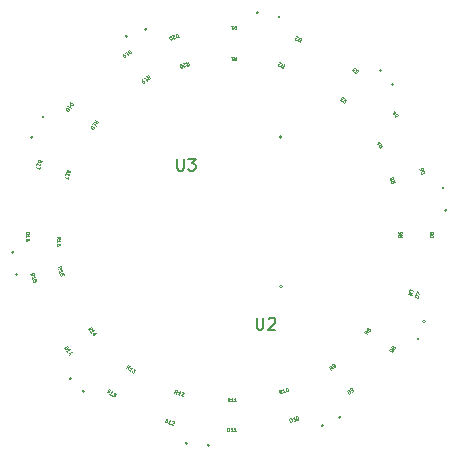
<source format=gbr>
G04 #@! TF.GenerationSoftware,KiCad,Pcbnew,9.0.1*
G04 #@! TF.CreationDate,2025-04-09T17:44:43+02:00*
G04 #@! TF.ProjectId,SMDChaser0805-0603,534d4443-6861-4736-9572-303830352d30,rev?*
G04 #@! TF.SameCoordinates,Original*
G04 #@! TF.FileFunction,Legend,Top*
G04 #@! TF.FilePolarity,Positive*
%FSLAX46Y46*%
G04 Gerber Fmt 4.6, Leading zero omitted, Abs format (unit mm)*
G04 Created by KiCad (PCBNEW 9.0.1) date 2025-04-09 17:44:43*
%MOMM*%
%LPD*%
G01*
G04 APERTURE LIST*
%ADD10C,0.075000*%
%ADD11C,0.150000*%
%ADD12C,0.100000*%
G04 APERTURE END LIST*
D10*
X71533647Y-73561474D02*
X71533647Y-73861474D01*
X71533647Y-73861474D02*
X71462218Y-73861474D01*
X71462218Y-73861474D02*
X71419361Y-73847188D01*
X71419361Y-73847188D02*
X71390790Y-73818617D01*
X71390790Y-73818617D02*
X71376504Y-73790045D01*
X71376504Y-73790045D02*
X71362218Y-73732902D01*
X71362218Y-73732902D02*
X71362218Y-73690045D01*
X71362218Y-73690045D02*
X71376504Y-73632902D01*
X71376504Y-73632902D02*
X71390790Y-73604331D01*
X71390790Y-73604331D02*
X71419361Y-73575760D01*
X71419361Y-73575760D02*
X71462218Y-73561474D01*
X71462218Y-73561474D02*
X71533647Y-73561474D01*
X71076504Y-73561474D02*
X71247933Y-73561474D01*
X71162218Y-73561474D02*
X71162218Y-73861474D01*
X71162218Y-73861474D02*
X71190790Y-73818617D01*
X71190790Y-73818617D02*
X71219361Y-73790045D01*
X71219361Y-73790045D02*
X71247933Y-73775760D01*
X70760674Y-107872325D02*
X70760674Y-107572325D01*
X70760674Y-107572325D02*
X70832103Y-107572325D01*
X70832103Y-107572325D02*
X70874960Y-107586611D01*
X70874960Y-107586611D02*
X70903531Y-107615182D01*
X70903531Y-107615182D02*
X70917817Y-107643754D01*
X70917817Y-107643754D02*
X70932103Y-107700897D01*
X70932103Y-107700897D02*
X70932103Y-107743754D01*
X70932103Y-107743754D02*
X70917817Y-107800897D01*
X70917817Y-107800897D02*
X70903531Y-107829468D01*
X70903531Y-107829468D02*
X70874960Y-107858040D01*
X70874960Y-107858040D02*
X70832103Y-107872325D01*
X70832103Y-107872325D02*
X70760674Y-107872325D01*
X71217817Y-107872325D02*
X71046388Y-107872325D01*
X71132103Y-107872325D02*
X71132103Y-107572325D01*
X71132103Y-107572325D02*
X71103531Y-107615182D01*
X71103531Y-107615182D02*
X71074960Y-107643754D01*
X71074960Y-107643754D02*
X71046388Y-107658040D01*
X71503531Y-107872325D02*
X71332102Y-107872325D01*
X71417817Y-107872325D02*
X71417817Y-107572325D01*
X71417817Y-107572325D02*
X71389245Y-107615182D01*
X71389245Y-107615182D02*
X71360674Y-107643754D01*
X71360674Y-107643754D02*
X71332102Y-107658040D01*
X76993503Y-74598226D02*
X76900798Y-74883543D01*
X76900798Y-74883543D02*
X76832865Y-74861470D01*
X76832865Y-74861470D02*
X76796520Y-74834640D01*
X76796520Y-74834640D02*
X76778176Y-74798638D01*
X76778176Y-74798638D02*
X76773419Y-74767051D01*
X76773419Y-74767051D02*
X76777490Y-74708290D01*
X76777490Y-74708290D02*
X76790734Y-74667530D01*
X76790734Y-74667530D02*
X76821979Y-74617599D01*
X76821979Y-74617599D02*
X76844394Y-74594840D01*
X76844394Y-74594840D02*
X76880396Y-74576496D01*
X76880396Y-74576496D02*
X76925570Y-74576153D01*
X76925570Y-74576153D02*
X76993503Y-74598226D01*
X76637897Y-74768079D02*
X76619895Y-74777251D01*
X76619895Y-74777251D02*
X76588308Y-74782009D01*
X76588308Y-74782009D02*
X76520375Y-74759936D01*
X76520375Y-74759936D02*
X76497617Y-74737521D01*
X76497617Y-74737521D02*
X76488445Y-74719520D01*
X76488445Y-74719520D02*
X76483687Y-74687932D01*
X76483687Y-74687932D02*
X76492516Y-74660759D01*
X76492516Y-74660759D02*
X76519347Y-74624414D01*
X76519347Y-74624414D02*
X76735359Y-74514350D01*
X76735359Y-74514350D02*
X76558734Y-74456961D01*
X65464746Y-107105423D02*
X65557451Y-106820106D01*
X65557451Y-106820106D02*
X65625384Y-106842178D01*
X65625384Y-106842178D02*
X65661729Y-106869008D01*
X65661729Y-106869008D02*
X65680073Y-106905010D01*
X65680073Y-106905010D02*
X65684830Y-106936598D01*
X65684830Y-106936598D02*
X65680758Y-106995359D01*
X65680758Y-106995359D02*
X65667515Y-107036118D01*
X65667515Y-107036118D02*
X65636270Y-107086050D01*
X65636270Y-107086050D02*
X65613855Y-107108808D01*
X65613855Y-107108808D02*
X65577853Y-107127152D01*
X65577853Y-107127152D02*
X65532678Y-107127495D01*
X65532678Y-107127495D02*
X65464746Y-107105423D01*
X65899515Y-107246687D02*
X65736476Y-107193713D01*
X65817995Y-107220200D02*
X65910700Y-106934883D01*
X65910700Y-106934883D02*
X65870284Y-106966814D01*
X65870284Y-106966814D02*
X65834282Y-106985158D01*
X65834282Y-106985158D02*
X65802694Y-106989915D01*
X66092082Y-107023860D02*
X66110084Y-107014688D01*
X66110084Y-107014688D02*
X66141671Y-107009930D01*
X66141671Y-107009930D02*
X66209604Y-107032003D01*
X66209604Y-107032003D02*
X66232362Y-107054418D01*
X66232362Y-107054418D02*
X66241534Y-107072419D01*
X66241534Y-107072419D02*
X66246292Y-107104007D01*
X66246292Y-107104007D02*
X66237463Y-107131180D01*
X66237463Y-107131180D02*
X66210632Y-107167525D01*
X66210632Y-107167525D02*
X65994620Y-107277589D01*
X65994620Y-107277589D02*
X66171245Y-107334978D01*
X81863408Y-77344986D02*
X81687072Y-77587691D01*
X81687072Y-77587691D02*
X81629285Y-77545706D01*
X81629285Y-77545706D02*
X81603010Y-77508958D01*
X81603010Y-77508958D02*
X81596689Y-77469049D01*
X81596689Y-77469049D02*
X81601925Y-77437537D01*
X81601925Y-77437537D02*
X81623956Y-77382911D01*
X81623956Y-77382911D02*
X81649146Y-77348239D01*
X81649146Y-77348239D02*
X81694292Y-77310406D01*
X81694292Y-77310406D02*
X81722643Y-77295688D01*
X81722643Y-77295688D02*
X81762551Y-77289367D01*
X81762551Y-77289367D02*
X81805621Y-77303001D01*
X81805621Y-77303001D02*
X81863408Y-77344986D01*
X81467482Y-77428149D02*
X81317236Y-77318989D01*
X81317236Y-77318989D02*
X81465313Y-77285308D01*
X81465313Y-77285308D02*
X81430641Y-77260117D01*
X81430641Y-77260117D02*
X81415923Y-77231766D01*
X81415923Y-77231766D02*
X81412762Y-77211812D01*
X81412762Y-77211812D02*
X81417999Y-77180300D01*
X81417999Y-77180300D02*
X81459983Y-77122513D01*
X81459983Y-77122513D02*
X81488335Y-77107795D01*
X81488335Y-77107795D02*
X81508289Y-77104635D01*
X81508289Y-77104635D02*
X81539801Y-77109871D01*
X81539801Y-77109871D02*
X81609145Y-77160253D01*
X81609145Y-77160253D02*
X81623863Y-77188604D01*
X81623863Y-77188604D02*
X81627023Y-77208559D01*
X60536341Y-104521571D02*
X60712677Y-104278866D01*
X60712677Y-104278866D02*
X60770464Y-104320851D01*
X60770464Y-104320851D02*
X60796739Y-104357599D01*
X60796739Y-104357599D02*
X60803060Y-104397508D01*
X60803060Y-104397508D02*
X60797823Y-104429020D01*
X60797823Y-104429020D02*
X60775793Y-104483646D01*
X60775793Y-104483646D02*
X60750602Y-104518318D01*
X60750602Y-104518318D02*
X60705457Y-104556151D01*
X60705457Y-104556151D02*
X60677106Y-104570869D01*
X60677106Y-104570869D02*
X60637197Y-104577190D01*
X60637197Y-104577190D02*
X60594128Y-104563556D01*
X60594128Y-104563556D02*
X60536341Y-104521571D01*
X60906177Y-104790273D02*
X60767489Y-104689510D01*
X60836833Y-104739892D02*
X61013169Y-104497187D01*
X61013169Y-104497187D02*
X60964863Y-104515065D01*
X60964863Y-104515065D02*
X60924955Y-104521386D01*
X60924955Y-104521386D02*
X60893443Y-104516149D01*
X61163414Y-104606347D02*
X61313661Y-104715507D01*
X61313661Y-104715507D02*
X61165583Y-104749187D01*
X61165583Y-104749187D02*
X61200256Y-104774378D01*
X61200256Y-104774378D02*
X61214973Y-104802729D01*
X61214973Y-104802729D02*
X61218134Y-104822684D01*
X61218134Y-104822684D02*
X61212897Y-104854195D01*
X61212897Y-104854195D02*
X61170913Y-104911982D01*
X61170913Y-104911982D02*
X61142561Y-104926700D01*
X61142561Y-104926700D02*
X61122607Y-104929861D01*
X61122607Y-104929861D02*
X61091095Y-104924624D01*
X61091095Y-104924624D02*
X61021751Y-104874242D01*
X61021751Y-104874242D02*
X61007033Y-104845891D01*
X61007033Y-104845891D02*
X61003873Y-104825937D01*
X85220415Y-81121560D02*
X84977710Y-81297895D01*
X84977710Y-81297895D02*
X84935725Y-81240108D01*
X84935725Y-81240108D02*
X84922092Y-81197039D01*
X84922092Y-81197039D02*
X84928413Y-81157131D01*
X84928413Y-81157131D02*
X84943131Y-81128780D01*
X84943131Y-81128780D02*
X84980963Y-81083634D01*
X84980963Y-81083634D02*
X85015636Y-81058444D01*
X85015636Y-81058444D02*
X85070262Y-81036413D01*
X85070262Y-81036413D02*
X85101774Y-81031177D01*
X85101774Y-81031177D02*
X85141682Y-81037498D01*
X85141682Y-81037498D02*
X85178431Y-81063773D01*
X85178431Y-81063773D02*
X85220415Y-81121560D01*
X84806704Y-80892395D02*
X84968507Y-80774838D01*
X84756229Y-81017358D02*
X84971575Y-80949191D01*
X84971575Y-80949191D02*
X84862415Y-80798945D01*
X56940304Y-100812612D02*
X57183009Y-100636276D01*
X57183009Y-100636276D02*
X57224994Y-100694063D01*
X57224994Y-100694063D02*
X57238627Y-100737132D01*
X57238627Y-100737132D02*
X57232307Y-100777041D01*
X57232307Y-100777041D02*
X57217589Y-100805392D01*
X57217589Y-100805392D02*
X57179756Y-100850537D01*
X57179756Y-100850537D02*
X57145084Y-100875728D01*
X57145084Y-100875728D02*
X57090457Y-100897758D01*
X57090457Y-100897758D02*
X57058946Y-100902995D01*
X57058946Y-100902995D02*
X57019037Y-100896674D01*
X57019037Y-100896674D02*
X56982289Y-100870399D01*
X56982289Y-100870399D02*
X56940304Y-100812612D01*
X57209006Y-101182448D02*
X57108243Y-101043759D01*
X57158625Y-101113104D02*
X57401330Y-100936768D01*
X57401330Y-100936768D02*
X57349864Y-100938844D01*
X57349864Y-100938844D02*
X57309955Y-100932523D01*
X57309955Y-100932523D02*
X57281604Y-100917805D01*
X57521954Y-101272924D02*
X57360151Y-101390481D01*
X57572429Y-101147961D02*
X57357083Y-101216128D01*
X57357083Y-101216128D02*
X57466243Y-101366374D01*
X87439574Y-85986479D02*
X87154257Y-86079184D01*
X87154257Y-86079184D02*
X87132184Y-86011252D01*
X87132184Y-86011252D02*
X87132527Y-85966077D01*
X87132527Y-85966077D02*
X87150871Y-85930075D01*
X87150871Y-85930075D02*
X87173630Y-85907660D01*
X87173630Y-85907660D02*
X87223561Y-85876415D01*
X87223561Y-85876415D02*
X87264321Y-85863172D01*
X87264321Y-85863172D02*
X87323081Y-85859100D01*
X87323081Y-85859100D02*
X87354669Y-85863857D01*
X87354669Y-85863857D02*
X87390671Y-85882201D01*
X87390671Y-85882201D02*
X87417501Y-85918546D01*
X87417501Y-85918546D02*
X87439574Y-85986479D01*
X87017407Y-85658002D02*
X87061552Y-85793867D01*
X87061552Y-85793867D02*
X87201832Y-85763308D01*
X87201832Y-85763308D02*
X87183831Y-85754136D01*
X87183831Y-85754136D02*
X87161415Y-85731378D01*
X87161415Y-85731378D02*
X87139342Y-85663445D01*
X87139342Y-85663445D02*
X87144100Y-85631858D01*
X87144100Y-85631858D02*
X87153272Y-85613857D01*
X87153272Y-85613857D02*
X87176030Y-85591441D01*
X87176030Y-85591441D02*
X87243963Y-85569368D01*
X87243963Y-85569368D02*
X87275550Y-85574126D01*
X87275550Y-85574126D02*
X87293552Y-85583298D01*
X87293552Y-85583298D02*
X87315967Y-85606056D01*
X87315967Y-85606056D02*
X87338040Y-85673989D01*
X87338040Y-85673989D02*
X87333282Y-85705577D01*
X87333282Y-85705577D02*
X87324110Y-85723578D01*
X54092135Y-94535510D02*
X54377452Y-94442805D01*
X54377452Y-94442805D02*
X54399524Y-94510737D01*
X54399524Y-94510737D02*
X54399181Y-94555911D01*
X54399181Y-94555911D02*
X54380837Y-94591913D01*
X54380837Y-94591913D02*
X54358079Y-94614329D01*
X54358079Y-94614329D02*
X54308147Y-94645574D01*
X54308147Y-94645574D02*
X54267388Y-94658817D01*
X54267388Y-94658817D02*
X54208627Y-94662889D01*
X54208627Y-94662889D02*
X54177039Y-94658131D01*
X54177039Y-94658131D02*
X54141037Y-94639787D01*
X54141037Y-94639787D02*
X54114207Y-94603442D01*
X54114207Y-94603442D02*
X54092135Y-94535510D01*
X54233400Y-94970278D02*
X54180425Y-94807240D01*
X54206912Y-94888759D02*
X54492229Y-94796054D01*
X54492229Y-94796054D02*
X54442641Y-94782125D01*
X54442641Y-94782125D02*
X54406639Y-94763781D01*
X54406639Y-94763781D02*
X54384223Y-94741022D01*
X54602592Y-95135717D02*
X54558447Y-94999852D01*
X54558447Y-94999852D02*
X54418167Y-95030411D01*
X54418167Y-95030411D02*
X54436168Y-95039583D01*
X54436168Y-95039583D02*
X54458584Y-95062341D01*
X54458584Y-95062341D02*
X54480657Y-95130274D01*
X54480657Y-95130274D02*
X54475899Y-95161861D01*
X54475899Y-95161861D02*
X54466727Y-95179862D01*
X54466727Y-95179862D02*
X54443969Y-95202278D01*
X54443969Y-95202278D02*
X54376036Y-95224351D01*
X54376036Y-95224351D02*
X54344449Y-95219593D01*
X54344449Y-95219593D02*
X54326447Y-95210421D01*
X54326447Y-95210421D02*
X54304032Y-95187663D01*
X54304032Y-95187663D02*
X54281959Y-95119730D01*
X54281959Y-95119730D02*
X54286717Y-95088142D01*
X54286717Y-95088142D02*
X54295889Y-95070141D01*
X88183865Y-91450707D02*
X87883865Y-91450707D01*
X87883865Y-91450707D02*
X87883865Y-91379278D01*
X87883865Y-91379278D02*
X87898151Y-91336421D01*
X87898151Y-91336421D02*
X87926722Y-91307850D01*
X87926722Y-91307850D02*
X87955294Y-91293564D01*
X87955294Y-91293564D02*
X88012437Y-91279278D01*
X88012437Y-91279278D02*
X88055294Y-91279278D01*
X88055294Y-91279278D02*
X88112437Y-91293564D01*
X88112437Y-91293564D02*
X88141008Y-91307850D01*
X88141008Y-91307850D02*
X88169580Y-91336421D01*
X88169580Y-91336421D02*
X88183865Y-91379278D01*
X88183865Y-91379278D02*
X88183865Y-91450707D01*
X87883865Y-91022136D02*
X87883865Y-91079278D01*
X87883865Y-91079278D02*
X87898151Y-91107850D01*
X87898151Y-91107850D02*
X87912437Y-91122136D01*
X87912437Y-91122136D02*
X87955294Y-91150707D01*
X87955294Y-91150707D02*
X88012437Y-91164993D01*
X88012437Y-91164993D02*
X88126722Y-91164993D01*
X88126722Y-91164993D02*
X88155294Y-91150707D01*
X88155294Y-91150707D02*
X88169580Y-91136421D01*
X88169580Y-91136421D02*
X88183865Y-91107850D01*
X88183865Y-91107850D02*
X88183865Y-91050707D01*
X88183865Y-91050707D02*
X88169580Y-91022136D01*
X88169580Y-91022136D02*
X88155294Y-91007850D01*
X88155294Y-91007850D02*
X88126722Y-90993564D01*
X88126722Y-90993564D02*
X88055294Y-90993564D01*
X88055294Y-90993564D02*
X88026722Y-91007850D01*
X88026722Y-91007850D02*
X88012437Y-91022136D01*
X88012437Y-91022136D02*
X87998151Y-91050707D01*
X87998151Y-91050707D02*
X87998151Y-91107850D01*
X87998151Y-91107850D02*
X88012437Y-91136421D01*
X88012437Y-91136421D02*
X88026722Y-91150707D01*
X88026722Y-91150707D02*
X88055294Y-91164993D01*
X53677434Y-90995318D02*
X53977434Y-90995318D01*
X53977434Y-90995318D02*
X53977434Y-91066747D01*
X53977434Y-91066747D02*
X53963148Y-91109604D01*
X53963148Y-91109604D02*
X53934577Y-91138175D01*
X53934577Y-91138175D02*
X53906005Y-91152461D01*
X53906005Y-91152461D02*
X53848862Y-91166747D01*
X53848862Y-91166747D02*
X53806005Y-91166747D01*
X53806005Y-91166747D02*
X53748862Y-91152461D01*
X53748862Y-91152461D02*
X53720291Y-91138175D01*
X53720291Y-91138175D02*
X53691720Y-91109604D01*
X53691720Y-91109604D02*
X53677434Y-91066747D01*
X53677434Y-91066747D02*
X53677434Y-90995318D01*
X53677434Y-91452461D02*
X53677434Y-91281032D01*
X53677434Y-91366747D02*
X53977434Y-91366747D01*
X53977434Y-91366747D02*
X53934577Y-91338175D01*
X53934577Y-91338175D02*
X53906005Y-91309604D01*
X53906005Y-91309604D02*
X53891720Y-91281032D01*
X53977434Y-91709604D02*
X53977434Y-91652461D01*
X53977434Y-91652461D02*
X53963148Y-91623889D01*
X53963148Y-91623889D02*
X53948862Y-91609604D01*
X53948862Y-91609604D02*
X53906005Y-91581032D01*
X53906005Y-91581032D02*
X53848862Y-91566746D01*
X53848862Y-91566746D02*
X53734577Y-91566746D01*
X53734577Y-91566746D02*
X53706005Y-91581032D01*
X53706005Y-91581032D02*
X53691720Y-91595318D01*
X53691720Y-91595318D02*
X53677434Y-91623889D01*
X53677434Y-91623889D02*
X53677434Y-91681032D01*
X53677434Y-91681032D02*
X53691720Y-91709604D01*
X53691720Y-91709604D02*
X53706005Y-91723889D01*
X53706005Y-91723889D02*
X53734577Y-91738175D01*
X53734577Y-91738175D02*
X53806005Y-91738175D01*
X53806005Y-91738175D02*
X53834577Y-91723889D01*
X53834577Y-91723889D02*
X53848862Y-91709604D01*
X53848862Y-91709604D02*
X53863148Y-91681032D01*
X53863148Y-91681032D02*
X53863148Y-91623889D01*
X53863148Y-91623889D02*
X53848862Y-91595318D01*
X53848862Y-91595318D02*
X53834577Y-91581032D01*
X53834577Y-91581032D02*
X53806005Y-91566746D01*
X86915973Y-96580363D02*
X86630656Y-96487658D01*
X86630656Y-96487658D02*
X86652729Y-96419725D01*
X86652729Y-96419725D02*
X86679559Y-96383380D01*
X86679559Y-96383380D02*
X86715561Y-96365036D01*
X86715561Y-96365036D02*
X86747148Y-96360279D01*
X86747148Y-96360279D02*
X86805909Y-96364350D01*
X86805909Y-96364350D02*
X86846669Y-96377594D01*
X86846669Y-96377594D02*
X86896600Y-96408839D01*
X86896600Y-96408839D02*
X86919359Y-96431254D01*
X86919359Y-96431254D02*
X86937703Y-96467256D01*
X86937703Y-96467256D02*
X86938046Y-96512430D01*
X86938046Y-96512430D02*
X86915973Y-96580363D01*
X86714532Y-96229514D02*
X86776335Y-96039303D01*
X86776335Y-96039303D02*
X87021922Y-96254286D01*
X54744056Y-84901746D02*
X55029373Y-84994451D01*
X55029373Y-84994451D02*
X55007301Y-85062384D01*
X55007301Y-85062384D02*
X54980471Y-85098729D01*
X54980471Y-85098729D02*
X54944469Y-85117073D01*
X54944469Y-85117073D02*
X54912881Y-85121830D01*
X54912881Y-85121830D02*
X54854120Y-85117758D01*
X54854120Y-85117758D02*
X54813361Y-85104515D01*
X54813361Y-85104515D02*
X54763429Y-85073270D01*
X54763429Y-85073270D02*
X54740671Y-85050855D01*
X54740671Y-85050855D02*
X54722327Y-85014853D01*
X54722327Y-85014853D02*
X54721984Y-84969678D01*
X54721984Y-84969678D02*
X54744056Y-84901746D01*
X54602792Y-85336515D02*
X54655766Y-85173476D01*
X54629279Y-85254995D02*
X54914596Y-85347700D01*
X54914596Y-85347700D02*
X54882665Y-85307284D01*
X54882665Y-85307284D02*
X54864321Y-85271282D01*
X54864321Y-85271282D02*
X54859564Y-85239694D01*
X54857207Y-85524325D02*
X54795404Y-85714536D01*
X54795404Y-85714536D02*
X54549817Y-85499553D01*
X84697532Y-101168328D02*
X84454827Y-100991992D01*
X84454827Y-100991992D02*
X84496812Y-100934205D01*
X84496812Y-100934205D02*
X84533560Y-100907930D01*
X84533560Y-100907930D02*
X84573469Y-100901609D01*
X84573469Y-100901609D02*
X84604981Y-100906845D01*
X84604981Y-100906845D02*
X84659607Y-100928876D01*
X84659607Y-100928876D02*
X84694279Y-100954066D01*
X84694279Y-100954066D02*
X84732112Y-100999212D01*
X84732112Y-100999212D02*
X84746830Y-101027563D01*
X84746830Y-101027563D02*
X84753151Y-101067471D01*
X84753151Y-101067471D02*
X84739517Y-101110541D01*
X84739517Y-101110541D02*
X84697532Y-101168328D01*
X84760370Y-100790187D02*
X84732019Y-100804905D01*
X84732019Y-100804905D02*
X84712065Y-100808065D01*
X84712065Y-100808065D02*
X84680553Y-100802829D01*
X84680553Y-100802829D02*
X84668996Y-100794432D01*
X84668996Y-100794432D02*
X84654278Y-100766081D01*
X84654278Y-100766081D02*
X84651117Y-100746126D01*
X84651117Y-100746126D02*
X84656354Y-100714615D01*
X84656354Y-100714615D02*
X84689941Y-100668385D01*
X84689941Y-100668385D02*
X84718293Y-100653667D01*
X84718293Y-100653667D02*
X84738247Y-100650507D01*
X84738247Y-100650507D02*
X84769759Y-100655743D01*
X84769759Y-100655743D02*
X84781316Y-100664140D01*
X84781316Y-100664140D02*
X84796034Y-100692491D01*
X84796034Y-100692491D02*
X84799194Y-100712446D01*
X84799194Y-100712446D02*
X84793958Y-100743958D01*
X84793958Y-100743958D02*
X84760370Y-100790187D01*
X84760370Y-100790187D02*
X84755134Y-100821699D01*
X84755134Y-100821699D02*
X84758294Y-100841653D01*
X84758294Y-100841653D02*
X84773012Y-100870004D01*
X84773012Y-100870004D02*
X84819242Y-100903592D01*
X84819242Y-100903592D02*
X84850753Y-100908829D01*
X84850753Y-100908829D02*
X84870708Y-100905668D01*
X84870708Y-100905668D02*
X84899059Y-100890950D01*
X84899059Y-100890950D02*
X84932647Y-100844721D01*
X84932647Y-100844721D02*
X84937883Y-100813209D01*
X84937883Y-100813209D02*
X84934723Y-100793255D01*
X84934723Y-100793255D02*
X84920005Y-100764903D01*
X84920005Y-100764903D02*
X84873775Y-100731316D01*
X84873775Y-100731316D02*
X84842263Y-100726079D01*
X84842263Y-100726079D02*
X84822309Y-100729240D01*
X84822309Y-100729240D02*
X84793958Y-100743958D01*
X57471405Y-80006384D02*
X57714110Y-80182720D01*
X57714110Y-80182720D02*
X57672125Y-80240507D01*
X57672125Y-80240507D02*
X57635377Y-80266782D01*
X57635377Y-80266782D02*
X57595469Y-80273103D01*
X57595469Y-80273103D02*
X57563957Y-80267866D01*
X57563957Y-80267866D02*
X57509330Y-80245836D01*
X57509330Y-80245836D02*
X57474658Y-80220645D01*
X57474658Y-80220645D02*
X57436826Y-80175500D01*
X57436826Y-80175500D02*
X57422108Y-80147149D01*
X57422108Y-80147149D02*
X57415787Y-80107240D01*
X57415787Y-80107240D02*
X57429420Y-80064171D01*
X57429420Y-80064171D02*
X57471405Y-80006384D01*
X57202703Y-80376220D02*
X57303466Y-80237532D01*
X57253085Y-80306876D02*
X57495790Y-80483212D01*
X57495790Y-80483212D02*
X57477912Y-80434906D01*
X57477912Y-80434906D02*
X57471591Y-80394997D01*
X57471591Y-80394997D02*
X57476827Y-80363486D01*
X57240629Y-80615672D02*
X57268980Y-80600954D01*
X57268980Y-80600954D02*
X57288934Y-80597794D01*
X57288934Y-80597794D02*
X57320446Y-80603030D01*
X57320446Y-80603030D02*
X57332003Y-80611427D01*
X57332003Y-80611427D02*
X57346721Y-80639778D01*
X57346721Y-80639778D02*
X57349882Y-80659733D01*
X57349882Y-80659733D02*
X57344645Y-80691244D01*
X57344645Y-80691244D02*
X57311058Y-80737474D01*
X57311058Y-80737474D02*
X57282706Y-80752192D01*
X57282706Y-80752192D02*
X57262752Y-80755352D01*
X57262752Y-80755352D02*
X57231240Y-80750116D01*
X57231240Y-80750116D02*
X57219683Y-80741719D01*
X57219683Y-80741719D02*
X57204965Y-80713368D01*
X57204965Y-80713368D02*
X57201805Y-80693413D01*
X57201805Y-80693413D02*
X57207041Y-80661901D01*
X57207041Y-80661901D02*
X57240629Y-80615672D01*
X57240629Y-80615672D02*
X57245865Y-80584160D01*
X57245865Y-80584160D02*
X57242705Y-80564206D01*
X57242705Y-80564206D02*
X57227987Y-80535855D01*
X57227987Y-80535855D02*
X57181757Y-80502267D01*
X57181757Y-80502267D02*
X57150246Y-80497030D01*
X57150246Y-80497030D02*
X57130291Y-80500191D01*
X57130291Y-80500191D02*
X57101940Y-80514909D01*
X57101940Y-80514909D02*
X57068352Y-80561138D01*
X57068352Y-80561138D02*
X57063116Y-80592650D01*
X57063116Y-80592650D02*
X57066276Y-80612604D01*
X57066276Y-80612604D02*
X57080994Y-80640956D01*
X57080994Y-80640956D02*
X57127224Y-80674543D01*
X57127224Y-80674543D02*
X57158736Y-80679780D01*
X57158736Y-80679780D02*
X57178690Y-80676619D01*
X57178690Y-80676619D02*
X57207041Y-80661901D01*
X81058119Y-104703136D02*
X80881784Y-104460431D01*
X80881784Y-104460431D02*
X80939571Y-104418446D01*
X80939571Y-104418446D02*
X80982640Y-104404813D01*
X80982640Y-104404813D02*
X81022548Y-104411134D01*
X81022548Y-104411134D02*
X81050899Y-104425852D01*
X81050899Y-104425852D02*
X81096045Y-104463684D01*
X81096045Y-104463684D02*
X81121235Y-104498357D01*
X81121235Y-104498357D02*
X81143266Y-104552983D01*
X81143266Y-104552983D02*
X81148502Y-104584495D01*
X81148502Y-104584495D02*
X81142181Y-104624403D01*
X81142181Y-104624403D02*
X81115906Y-104661152D01*
X81115906Y-104661152D02*
X81058119Y-104703136D01*
X81312382Y-104518404D02*
X81358611Y-104484816D01*
X81358611Y-104484816D02*
X81373329Y-104456465D01*
X81373329Y-104456465D02*
X81376489Y-104436510D01*
X81376489Y-104436510D02*
X81374413Y-104385044D01*
X81374413Y-104385044D02*
X81352383Y-104330418D01*
X81352383Y-104330418D02*
X81285208Y-104237959D01*
X81285208Y-104237959D02*
X81256856Y-104223241D01*
X81256856Y-104223241D02*
X81236902Y-104220081D01*
X81236902Y-104220081D02*
X81205390Y-104225317D01*
X81205390Y-104225317D02*
X81159161Y-104258905D01*
X81159161Y-104258905D02*
X81144443Y-104287256D01*
X81144443Y-104287256D02*
X81141283Y-104307210D01*
X81141283Y-104307210D02*
X81146519Y-104338722D01*
X81146519Y-104338722D02*
X81188504Y-104396509D01*
X81188504Y-104396509D02*
X81216855Y-104411227D01*
X81216855Y-104411227D02*
X81236809Y-104414387D01*
X81236809Y-104414387D02*
X81268321Y-104409151D01*
X81268321Y-104409151D02*
X81314551Y-104375563D01*
X81314551Y-104375563D02*
X81329268Y-104347212D01*
X81329268Y-104347212D02*
X81332429Y-104327257D01*
X81332429Y-104327257D02*
X81327192Y-104295746D01*
X62451647Y-75567044D02*
X62627983Y-75809749D01*
X62627983Y-75809749D02*
X62570196Y-75851734D01*
X62570196Y-75851734D02*
X62527127Y-75865367D01*
X62527127Y-75865367D02*
X62487218Y-75859047D01*
X62487218Y-75859047D02*
X62458867Y-75844329D01*
X62458867Y-75844329D02*
X62413722Y-75806496D01*
X62413722Y-75806496D02*
X62388531Y-75771824D01*
X62388531Y-75771824D02*
X62366501Y-75717197D01*
X62366501Y-75717197D02*
X62361264Y-75685686D01*
X62361264Y-75685686D02*
X62367585Y-75645777D01*
X62367585Y-75645777D02*
X62393860Y-75609029D01*
X62393860Y-75609029D02*
X62451647Y-75567044D01*
X62081811Y-75835746D02*
X62220500Y-75734983D01*
X62151155Y-75785365D02*
X62327491Y-76028070D01*
X62327491Y-76028070D02*
X62325415Y-75976604D01*
X62325415Y-75976604D02*
X62331736Y-75936695D01*
X62331736Y-75936695D02*
X62346454Y-75908344D01*
X61966237Y-75919715D02*
X61920008Y-75953303D01*
X61920008Y-75953303D02*
X61905290Y-75981654D01*
X61905290Y-75981654D02*
X61902130Y-76001609D01*
X61902130Y-76001609D02*
X61904206Y-76053075D01*
X61904206Y-76053075D02*
X61926236Y-76107701D01*
X61926236Y-76107701D02*
X61993411Y-76200160D01*
X61993411Y-76200160D02*
X62021763Y-76214878D01*
X62021763Y-76214878D02*
X62041717Y-76218038D01*
X62041717Y-76218038D02*
X62073229Y-76212802D01*
X62073229Y-76212802D02*
X62119458Y-76179214D01*
X62119458Y-76179214D02*
X62134176Y-76150863D01*
X62134176Y-76150863D02*
X62137336Y-76130909D01*
X62137336Y-76130909D02*
X62132100Y-76099397D01*
X62132100Y-76099397D02*
X62090115Y-76041610D01*
X62090115Y-76041610D02*
X62061764Y-76026892D01*
X62061764Y-76026892D02*
X62041810Y-76023732D01*
X62041810Y-76023732D02*
X62010298Y-76028968D01*
X62010298Y-76028968D02*
X61964068Y-76062556D01*
X61964068Y-76062556D02*
X61949351Y-76090907D01*
X61949351Y-76090907D02*
X61946190Y-76110862D01*
X61946190Y-76110862D02*
X61951427Y-76142373D01*
X76101810Y-107089324D02*
X76009105Y-106804007D01*
X76009105Y-106804007D02*
X76077037Y-106781935D01*
X76077037Y-106781935D02*
X76122211Y-106782278D01*
X76122211Y-106782278D02*
X76158213Y-106800622D01*
X76158213Y-106800622D02*
X76180629Y-106823380D01*
X76180629Y-106823380D02*
X76211874Y-106873312D01*
X76211874Y-106873312D02*
X76225117Y-106914071D01*
X76225117Y-106914071D02*
X76229189Y-106972832D01*
X76229189Y-106972832D02*
X76224431Y-107004420D01*
X76224431Y-107004420D02*
X76206087Y-107040422D01*
X76206087Y-107040422D02*
X76169742Y-107067252D01*
X76169742Y-107067252D02*
X76101810Y-107089324D01*
X76536578Y-106948059D02*
X76373540Y-107001034D01*
X76455059Y-106974547D02*
X76362354Y-106689230D01*
X76362354Y-106689230D02*
X76348425Y-106738818D01*
X76348425Y-106738818D02*
X76330081Y-106774820D01*
X76330081Y-106774820D02*
X76307322Y-106797236D01*
X76620498Y-106605354D02*
X76647671Y-106596525D01*
X76647671Y-106596525D02*
X76679258Y-106601282D01*
X76679258Y-106601282D02*
X76697260Y-106610454D01*
X76697260Y-106610454D02*
X76719675Y-106633213D01*
X76719675Y-106633213D02*
X76750920Y-106683144D01*
X76750920Y-106683144D02*
X76772992Y-106751077D01*
X76772992Y-106751077D02*
X76777064Y-106809837D01*
X76777064Y-106809837D02*
X76772307Y-106841425D01*
X76772307Y-106841425D02*
X76763135Y-106859426D01*
X76763135Y-106859426D02*
X76740376Y-106881842D01*
X76740376Y-106881842D02*
X76713203Y-106890671D01*
X76713203Y-106890671D02*
X76681615Y-106885913D01*
X76681615Y-106885913D02*
X76663614Y-106876741D01*
X76663614Y-106876741D02*
X76641199Y-106853983D01*
X76641199Y-106853983D02*
X76609954Y-106804051D01*
X76609954Y-106804051D02*
X76587882Y-106736119D01*
X76587882Y-106736119D02*
X76583810Y-106677358D01*
X76583810Y-106677358D02*
X76588567Y-106645770D01*
X76588567Y-106645770D02*
X76597739Y-106627769D01*
X76597739Y-106627769D02*
X76620498Y-106605354D01*
X66534189Y-74222555D02*
X66626894Y-74507872D01*
X66626894Y-74507872D02*
X66558962Y-74529944D01*
X66558962Y-74529944D02*
X66513788Y-74529601D01*
X66513788Y-74529601D02*
X66477786Y-74511257D01*
X66477786Y-74511257D02*
X66455370Y-74488499D01*
X66455370Y-74488499D02*
X66424125Y-74438567D01*
X66424125Y-74438567D02*
X66410882Y-74397808D01*
X66410882Y-74397808D02*
X66406810Y-74339047D01*
X66406810Y-74339047D02*
X66411568Y-74307459D01*
X66411568Y-74307459D02*
X66429912Y-74271457D01*
X66429912Y-74271457D02*
X66466257Y-74244627D01*
X66466257Y-74244627D02*
X66534189Y-74222555D01*
X66346335Y-74568989D02*
X66337163Y-74586990D01*
X66337163Y-74586990D02*
X66314404Y-74609406D01*
X66314404Y-74609406D02*
X66246472Y-74631478D01*
X66246472Y-74631478D02*
X66214884Y-74626721D01*
X66214884Y-74626721D02*
X66196883Y-74617549D01*
X66196883Y-74617549D02*
X66174468Y-74594790D01*
X66174468Y-74594790D02*
X66165638Y-74567617D01*
X66165638Y-74567617D02*
X66165981Y-74522443D01*
X66165981Y-74522443D02*
X66276045Y-74306431D01*
X66276045Y-74306431D02*
X66099421Y-74363820D01*
X66015501Y-74706525D02*
X65988328Y-74715354D01*
X65988328Y-74715354D02*
X65956741Y-74710597D01*
X65956741Y-74710597D02*
X65938739Y-74701425D01*
X65938739Y-74701425D02*
X65916324Y-74678666D01*
X65916324Y-74678666D02*
X65885079Y-74628735D01*
X65885079Y-74628735D02*
X65863007Y-74560802D01*
X65863007Y-74560802D02*
X65858935Y-74502042D01*
X65858935Y-74502042D02*
X65863692Y-74470454D01*
X65863692Y-74470454D02*
X65872864Y-74452453D01*
X65872864Y-74452453D02*
X65895623Y-74430037D01*
X65895623Y-74430037D02*
X65922796Y-74421208D01*
X65922796Y-74421208D02*
X65954384Y-74425966D01*
X65954384Y-74425966D02*
X65972385Y-74435138D01*
X65972385Y-74435138D02*
X65994800Y-74457896D01*
X65994800Y-74457896D02*
X66026045Y-74507828D01*
X66026045Y-74507828D02*
X66048117Y-74575760D01*
X66048117Y-74575760D02*
X66052189Y-74634521D01*
X66052189Y-74634521D02*
X66047432Y-74666109D01*
X66047432Y-74666109D02*
X66038260Y-74684110D01*
X66038260Y-74684110D02*
X66015501Y-74706525D01*
D11*
X73247091Y-98274319D02*
X73247091Y-99083842D01*
X73247091Y-99083842D02*
X73294710Y-99179080D01*
X73294710Y-99179080D02*
X73342329Y-99226700D01*
X73342329Y-99226700D02*
X73437567Y-99274319D01*
X73437567Y-99274319D02*
X73628043Y-99274319D01*
X73628043Y-99274319D02*
X73723281Y-99226700D01*
X73723281Y-99226700D02*
X73770900Y-99179080D01*
X73770900Y-99179080D02*
X73818519Y-99083842D01*
X73818519Y-99083842D02*
X73818519Y-98274319D01*
X74247091Y-98369557D02*
X74294710Y-98321938D01*
X74294710Y-98321938D02*
X74389948Y-98274319D01*
X74389948Y-98274319D02*
X74628043Y-98274319D01*
X74628043Y-98274319D02*
X74723281Y-98321938D01*
X74723281Y-98321938D02*
X74770900Y-98369557D01*
X74770900Y-98369557D02*
X74818519Y-98464795D01*
X74818519Y-98464795D02*
X74818519Y-98560033D01*
X74818519Y-98560033D02*
X74770900Y-98702890D01*
X74770900Y-98702890D02*
X74199472Y-99274319D01*
X74199472Y-99274319D02*
X74818519Y-99274319D01*
X66502255Y-84812319D02*
X66502255Y-85621842D01*
X66502255Y-85621842D02*
X66549874Y-85717080D01*
X66549874Y-85717080D02*
X66597493Y-85764700D01*
X66597493Y-85764700D02*
X66692731Y-85812319D01*
X66692731Y-85812319D02*
X66883207Y-85812319D01*
X66883207Y-85812319D02*
X66978445Y-85764700D01*
X66978445Y-85764700D02*
X67026064Y-85717080D01*
X67026064Y-85717080D02*
X67073683Y-85621842D01*
X67073683Y-85621842D02*
X67073683Y-84812319D01*
X67454636Y-84812319D02*
X68073683Y-84812319D01*
X68073683Y-84812319D02*
X67740350Y-85193271D01*
X67740350Y-85193271D02*
X67883207Y-85193271D01*
X67883207Y-85193271D02*
X67978445Y-85240890D01*
X67978445Y-85240890D02*
X68026064Y-85288509D01*
X68026064Y-85288509D02*
X68073683Y-85383747D01*
X68073683Y-85383747D02*
X68073683Y-85621842D01*
X68073683Y-85621842D02*
X68026064Y-85717080D01*
X68026064Y-85717080D02*
X67978445Y-85764700D01*
X67978445Y-85764700D02*
X67883207Y-85812319D01*
X67883207Y-85812319D02*
X67597493Y-85812319D01*
X67597493Y-85812319D02*
X67502255Y-85764700D01*
X67502255Y-85764700D02*
X67454636Y-85717080D01*
D10*
X71349518Y-76180214D02*
X71449518Y-76323071D01*
X71520947Y-76180214D02*
X71520947Y-76480214D01*
X71520947Y-76480214D02*
X71406661Y-76480214D01*
X71406661Y-76480214D02*
X71378090Y-76465928D01*
X71378090Y-76465928D02*
X71363804Y-76451642D01*
X71363804Y-76451642D02*
X71349518Y-76423071D01*
X71349518Y-76423071D02*
X71349518Y-76380214D01*
X71349518Y-76380214D02*
X71363804Y-76351642D01*
X71363804Y-76351642D02*
X71378090Y-76337357D01*
X71378090Y-76337357D02*
X71406661Y-76323071D01*
X71406661Y-76323071D02*
X71520947Y-76323071D01*
X71063804Y-76180214D02*
X71235233Y-76180214D01*
X71149518Y-76180214D02*
X71149518Y-76480214D01*
X71149518Y-76480214D02*
X71178090Y-76437357D01*
X71178090Y-76437357D02*
X71206661Y-76408785D01*
X71206661Y-76408785D02*
X71235233Y-76394500D01*
X75372505Y-76744892D02*
X75423465Y-76911659D01*
X75535543Y-76797866D02*
X75442838Y-77083183D01*
X75442838Y-77083183D02*
X75334146Y-77047867D01*
X75334146Y-77047867D02*
X75311387Y-77025451D01*
X75311387Y-77025451D02*
X75302215Y-77007450D01*
X75302215Y-77007450D02*
X75297458Y-76975863D01*
X75297458Y-76975863D02*
X75310701Y-76935103D01*
X75310701Y-76935103D02*
X75333117Y-76912344D01*
X75333117Y-76912344D02*
X75351118Y-76903172D01*
X75351118Y-76903172D02*
X75382706Y-76898415D01*
X75382706Y-76898415D02*
X75491398Y-76933731D01*
X75179937Y-76967719D02*
X75161935Y-76976891D01*
X75161935Y-76976891D02*
X75130348Y-76981649D01*
X75130348Y-76981649D02*
X75062415Y-76959576D01*
X75062415Y-76959576D02*
X75039657Y-76937161D01*
X75039657Y-76937161D02*
X75030485Y-76919160D01*
X75030485Y-76919160D02*
X75025727Y-76887572D01*
X75025727Y-76887572D02*
X75034556Y-76860399D01*
X75034556Y-76860399D02*
X75061387Y-76824054D01*
X75061387Y-76824054D02*
X75277399Y-76713990D01*
X75277399Y-76713990D02*
X75100774Y-76656601D01*
X80698559Y-79720723D02*
X80695491Y-79895076D01*
X80837248Y-79821487D02*
X80660912Y-80064192D01*
X80660912Y-80064192D02*
X80568453Y-79997016D01*
X80568453Y-79997016D02*
X80553735Y-79968665D01*
X80553735Y-79968665D02*
X80550575Y-79948711D01*
X80550575Y-79948711D02*
X80555811Y-79917199D01*
X80555811Y-79917199D02*
X80581002Y-79882527D01*
X80581002Y-79882527D02*
X80609353Y-79867809D01*
X80609353Y-79867809D02*
X80629307Y-79864648D01*
X80629307Y-79864648D02*
X80660819Y-79869885D01*
X80660819Y-79869885D02*
X80753278Y-79937060D01*
X80441322Y-79904650D02*
X80291076Y-79795490D01*
X80291076Y-79795490D02*
X80439153Y-79761809D01*
X80439153Y-79761809D02*
X80404481Y-79736618D01*
X80404481Y-79736618D02*
X80389763Y-79708267D01*
X80389763Y-79708267D02*
X80386602Y-79688313D01*
X80386602Y-79688313D02*
X80391839Y-79656801D01*
X80391839Y-79656801D02*
X80433823Y-79599014D01*
X80433823Y-79599014D02*
X80462175Y-79584296D01*
X80462175Y-79584296D02*
X80482129Y-79581136D01*
X80482129Y-79581136D02*
X80513641Y-79586372D01*
X80513641Y-79586372D02*
X80582985Y-79636754D01*
X80582985Y-79636754D02*
X80597703Y-79665105D01*
X80597703Y-79665105D02*
X80600863Y-79685060D01*
X83803933Y-83543191D02*
X83747138Y-83708062D01*
X83904696Y-83681880D02*
X83661991Y-83858215D01*
X83661991Y-83858215D02*
X83594816Y-83765756D01*
X83594816Y-83765756D02*
X83589579Y-83734245D01*
X83589579Y-83734245D02*
X83592740Y-83714290D01*
X83592740Y-83714290D02*
X83607457Y-83685939D01*
X83607457Y-83685939D02*
X83642130Y-83660748D01*
X83642130Y-83660748D02*
X83673641Y-83655512D01*
X83673641Y-83655512D02*
X83693596Y-83658672D01*
X83693596Y-83658672D02*
X83721947Y-83673390D01*
X83721947Y-83673390D02*
X83789122Y-83765849D01*
X83490985Y-83452715D02*
X83652788Y-83335158D01*
X83440510Y-83577678D02*
X83655856Y-83509511D01*
X83655856Y-83509511D02*
X83546696Y-83359265D01*
X84872000Y-86610841D02*
X84767036Y-86750092D01*
X84924974Y-86773879D02*
X84639657Y-86866584D01*
X84639657Y-86866584D02*
X84604341Y-86757892D01*
X84604341Y-86757892D02*
X84609098Y-86726304D01*
X84609098Y-86726304D02*
X84618270Y-86708303D01*
X84618270Y-86708303D02*
X84641029Y-86685888D01*
X84641029Y-86685888D02*
X84681788Y-86672644D01*
X84681788Y-86672644D02*
X84713376Y-86677402D01*
X84713376Y-86677402D02*
X84731377Y-86686574D01*
X84731377Y-86686574D02*
X84753792Y-86709332D01*
X84753792Y-86709332D02*
X84789109Y-86818024D01*
X84502807Y-86445402D02*
X84546952Y-86581267D01*
X84546952Y-86581267D02*
X84687232Y-86550708D01*
X84687232Y-86550708D02*
X84669231Y-86541536D01*
X84669231Y-86541536D02*
X84646815Y-86518778D01*
X84646815Y-86518778D02*
X84624742Y-86450845D01*
X84624742Y-86450845D02*
X84629500Y-86419258D01*
X84629500Y-86419258D02*
X84638672Y-86401257D01*
X84638672Y-86401257D02*
X84661430Y-86378841D01*
X84661430Y-86378841D02*
X84729363Y-86356768D01*
X84729363Y-86356768D02*
X84760950Y-86361526D01*
X84760950Y-86361526D02*
X84778952Y-86370698D01*
X84778952Y-86370698D02*
X84801367Y-86393456D01*
X84801367Y-86393456D02*
X84823440Y-86461389D01*
X84823440Y-86461389D02*
X84818682Y-86492977D01*
X84818682Y-86492977D02*
X84809510Y-86510978D01*
X85529565Y-91271658D02*
X85386708Y-91371658D01*
X85529565Y-91443087D02*
X85229565Y-91443087D01*
X85229565Y-91443087D02*
X85229565Y-91328801D01*
X85229565Y-91328801D02*
X85243851Y-91300230D01*
X85243851Y-91300230D02*
X85258137Y-91285944D01*
X85258137Y-91285944D02*
X85286708Y-91271658D01*
X85286708Y-91271658D02*
X85329565Y-91271658D01*
X85329565Y-91271658D02*
X85358137Y-91285944D01*
X85358137Y-91285944D02*
X85372422Y-91300230D01*
X85372422Y-91300230D02*
X85386708Y-91328801D01*
X85386708Y-91328801D02*
X85386708Y-91443087D01*
X85229565Y-91014516D02*
X85229565Y-91071658D01*
X85229565Y-91071658D02*
X85243851Y-91100230D01*
X85243851Y-91100230D02*
X85258137Y-91114516D01*
X85258137Y-91114516D02*
X85300994Y-91143087D01*
X85300994Y-91143087D02*
X85358137Y-91157373D01*
X85358137Y-91157373D02*
X85472422Y-91157373D01*
X85472422Y-91157373D02*
X85500994Y-91143087D01*
X85500994Y-91143087D02*
X85515280Y-91128801D01*
X85515280Y-91128801D02*
X85529565Y-91100230D01*
X85529565Y-91100230D02*
X85529565Y-91043087D01*
X85529565Y-91043087D02*
X85515280Y-91014516D01*
X85515280Y-91014516D02*
X85500994Y-91000230D01*
X85500994Y-91000230D02*
X85472422Y-90985944D01*
X85472422Y-90985944D02*
X85400994Y-90985944D01*
X85400994Y-90985944D02*
X85372422Y-91000230D01*
X85372422Y-91000230D02*
X85358137Y-91014516D01*
X85358137Y-91014516D02*
X85343851Y-91043087D01*
X85343851Y-91043087D02*
X85343851Y-91100230D01*
X85343851Y-91100230D02*
X85358137Y-91128801D01*
X85358137Y-91128801D02*
X85372422Y-91143087D01*
X85372422Y-91143087D02*
X85400994Y-91157373D01*
X86418818Y-96174084D02*
X86252051Y-96225044D01*
X86365844Y-96337122D02*
X86080527Y-96244417D01*
X86080527Y-96244417D02*
X86115843Y-96135725D01*
X86115843Y-96135725D02*
X86138258Y-96112966D01*
X86138258Y-96112966D02*
X86156259Y-96103794D01*
X86156259Y-96103794D02*
X86187847Y-96099037D01*
X86187847Y-96099037D02*
X86228607Y-96112280D01*
X86228607Y-96112280D02*
X86251365Y-96134696D01*
X86251365Y-96134696D02*
X86260537Y-96152697D01*
X86260537Y-96152697D02*
X86265295Y-96184284D01*
X86265295Y-96184284D02*
X86229978Y-96292977D01*
X86164403Y-95986273D02*
X86226206Y-95796062D01*
X86226206Y-95796062D02*
X86471792Y-96011045D01*
X82706295Y-99498049D02*
X82531942Y-99494982D01*
X82605531Y-99636738D02*
X82362826Y-99460402D01*
X82362826Y-99460402D02*
X82430002Y-99367943D01*
X82430002Y-99367943D02*
X82458353Y-99353225D01*
X82458353Y-99353225D02*
X82478307Y-99350065D01*
X82478307Y-99350065D02*
X82509819Y-99355301D01*
X82509819Y-99355301D02*
X82544491Y-99380492D01*
X82544491Y-99380492D02*
X82559209Y-99408843D01*
X82559209Y-99408843D02*
X82562370Y-99428798D01*
X82562370Y-99428798D02*
X82557133Y-99460309D01*
X82557133Y-99460309D02*
X82489958Y-99552769D01*
X82668369Y-99258597D02*
X82640018Y-99273315D01*
X82640018Y-99273315D02*
X82620064Y-99276476D01*
X82620064Y-99276476D02*
X82588552Y-99271239D01*
X82588552Y-99271239D02*
X82576995Y-99262842D01*
X82576995Y-99262842D02*
X82562277Y-99234491D01*
X82562277Y-99234491D02*
X82559116Y-99214537D01*
X82559116Y-99214537D02*
X82564353Y-99183025D01*
X82564353Y-99183025D02*
X82597940Y-99136796D01*
X82597940Y-99136796D02*
X82626292Y-99122078D01*
X82626292Y-99122078D02*
X82646246Y-99118917D01*
X82646246Y-99118917D02*
X82677758Y-99124154D01*
X82677758Y-99124154D02*
X82689315Y-99132551D01*
X82689315Y-99132551D02*
X82704033Y-99160902D01*
X82704033Y-99160902D02*
X82707193Y-99180856D01*
X82707193Y-99180856D02*
X82701957Y-99212368D01*
X82701957Y-99212368D02*
X82668369Y-99258597D01*
X82668369Y-99258597D02*
X82663133Y-99290109D01*
X82663133Y-99290109D02*
X82666293Y-99310063D01*
X82666293Y-99310063D02*
X82681011Y-99338415D01*
X82681011Y-99338415D02*
X82727241Y-99372002D01*
X82727241Y-99372002D02*
X82758752Y-99377239D01*
X82758752Y-99377239D02*
X82778707Y-99374078D01*
X82778707Y-99374078D02*
X82807058Y-99359361D01*
X82807058Y-99359361D02*
X82840646Y-99313131D01*
X82840646Y-99313131D02*
X82845882Y-99281619D01*
X82845882Y-99281619D02*
X82842722Y-99261665D01*
X82842722Y-99261665D02*
X82828004Y-99233314D01*
X82828004Y-99233314D02*
X82781774Y-99199726D01*
X82781774Y-99199726D02*
X82750263Y-99194490D01*
X82750263Y-99194490D02*
X82730308Y-99197650D01*
X82730308Y-99197650D02*
X82701957Y-99212368D01*
X70949967Y-105350105D02*
X70849967Y-105207248D01*
X70778538Y-105350105D02*
X70778538Y-105050105D01*
X70778538Y-105050105D02*
X70892824Y-105050105D01*
X70892824Y-105050105D02*
X70921395Y-105064391D01*
X70921395Y-105064391D02*
X70935681Y-105078677D01*
X70935681Y-105078677D02*
X70949967Y-105107248D01*
X70949967Y-105107248D02*
X70949967Y-105150105D01*
X70949967Y-105150105D02*
X70935681Y-105178677D01*
X70935681Y-105178677D02*
X70921395Y-105192962D01*
X70921395Y-105192962D02*
X70892824Y-105207248D01*
X70892824Y-105207248D02*
X70778538Y-105207248D01*
X71235681Y-105350105D02*
X71064252Y-105350105D01*
X71149967Y-105350105D02*
X71149967Y-105050105D01*
X71149967Y-105050105D02*
X71121395Y-105092962D01*
X71121395Y-105092962D02*
X71092824Y-105121534D01*
X71092824Y-105121534D02*
X71064252Y-105135820D01*
X71521395Y-105350105D02*
X71349966Y-105350105D01*
X71435681Y-105350105D02*
X71435681Y-105050105D01*
X71435681Y-105050105D02*
X71407109Y-105092962D01*
X71407109Y-105092962D02*
X71378538Y-105121534D01*
X71378538Y-105121534D02*
X71349966Y-105135820D01*
X66435504Y-104719997D02*
X66384544Y-104553230D01*
X66272466Y-104667023D02*
X66365171Y-104381706D01*
X66365171Y-104381706D02*
X66473863Y-104417022D01*
X66473863Y-104417022D02*
X66496622Y-104439437D01*
X66496622Y-104439437D02*
X66505794Y-104457438D01*
X66505794Y-104457438D02*
X66510551Y-104489026D01*
X66510551Y-104489026D02*
X66497307Y-104529786D01*
X66497307Y-104529786D02*
X66474892Y-104552544D01*
X66474892Y-104552544D02*
X66456891Y-104561716D01*
X66456891Y-104561716D02*
X66425303Y-104566474D01*
X66425303Y-104566474D02*
X66316611Y-104531157D01*
X66707235Y-104808287D02*
X66544196Y-104755313D01*
X66625715Y-104781800D02*
X66718420Y-104496483D01*
X66718420Y-104496483D02*
X66678004Y-104528414D01*
X66678004Y-104528414D02*
X66642002Y-104546758D01*
X66642002Y-104546758D02*
X66610414Y-104551515D01*
X66899802Y-104585460D02*
X66917804Y-104576288D01*
X66917804Y-104576288D02*
X66949391Y-104571530D01*
X66949391Y-104571530D02*
X67017324Y-104593603D01*
X67017324Y-104593603D02*
X67040082Y-104616018D01*
X67040082Y-104616018D02*
X67049254Y-104634019D01*
X67049254Y-104634019D02*
X67054012Y-104665607D01*
X67054012Y-104665607D02*
X67045183Y-104692780D01*
X67045183Y-104692780D02*
X67018352Y-104729125D01*
X67018352Y-104729125D02*
X66802340Y-104839189D01*
X66802340Y-104839189D02*
X66978965Y-104896578D01*
X62330339Y-102608805D02*
X62333407Y-102434453D01*
X62191651Y-102508042D02*
X62367986Y-102265337D01*
X62367986Y-102265337D02*
X62460445Y-102332512D01*
X62460445Y-102332512D02*
X62475163Y-102360863D01*
X62475163Y-102360863D02*
X62478324Y-102380818D01*
X62478324Y-102380818D02*
X62473087Y-102412329D01*
X62473087Y-102412329D02*
X62447896Y-102447002D01*
X62447896Y-102447002D02*
X62419545Y-102461719D01*
X62419545Y-102461719D02*
X62399591Y-102464880D01*
X62399591Y-102464880D02*
X62368079Y-102459643D01*
X62368079Y-102459643D02*
X62275620Y-102392468D01*
X62561487Y-102776744D02*
X62422798Y-102675980D01*
X62492143Y-102726362D02*
X62668478Y-102483657D01*
X62668478Y-102483657D02*
X62620173Y-102501535D01*
X62620173Y-102501535D02*
X62580264Y-102507856D01*
X62580264Y-102507856D02*
X62548752Y-102502620D01*
X62818724Y-102592817D02*
X62968970Y-102701977D01*
X62968970Y-102701977D02*
X62820893Y-102735657D01*
X62820893Y-102735657D02*
X62855565Y-102760848D01*
X62855565Y-102760848D02*
X62870283Y-102789200D01*
X62870283Y-102789200D02*
X62873443Y-102809154D01*
X62873443Y-102809154D02*
X62868207Y-102840666D01*
X62868207Y-102840666D02*
X62826222Y-102898452D01*
X62826222Y-102898452D02*
X62797871Y-102913170D01*
X62797871Y-102913170D02*
X62777917Y-102916331D01*
X62777917Y-102916331D02*
X62746405Y-102911094D01*
X62746405Y-102911094D02*
X62677061Y-102860713D01*
X62677061Y-102860713D02*
X62662343Y-102832361D01*
X62662343Y-102832361D02*
X62659182Y-102812407D01*
X59070527Y-99333321D02*
X59127323Y-99168450D01*
X58969764Y-99194633D02*
X59212469Y-99018297D01*
X59212469Y-99018297D02*
X59279645Y-99110756D01*
X59279645Y-99110756D02*
X59284881Y-99142268D01*
X59284881Y-99142268D02*
X59281721Y-99162222D01*
X59281721Y-99162222D02*
X59267003Y-99190573D01*
X59267003Y-99190573D02*
X59232331Y-99215764D01*
X59232331Y-99215764D02*
X59200819Y-99221001D01*
X59200819Y-99221001D02*
X59180865Y-99217840D01*
X59180865Y-99217840D02*
X59152514Y-99203122D01*
X59152514Y-99203122D02*
X59085338Y-99110663D01*
X59238466Y-99564469D02*
X59137703Y-99425780D01*
X59188085Y-99495125D02*
X59430790Y-99318789D01*
X59430790Y-99318789D02*
X59379324Y-99320865D01*
X59379324Y-99320865D02*
X59339415Y-99314544D01*
X59339415Y-99314544D02*
X59311064Y-99299826D01*
X59551414Y-99654945D02*
X59389611Y-99772502D01*
X59601889Y-99529982D02*
X59386543Y-99598149D01*
X59386543Y-99598149D02*
X59495703Y-99748395D01*
X56438729Y-94177848D02*
X56543692Y-94038597D01*
X56385755Y-94014810D02*
X56671072Y-93922105D01*
X56671072Y-93922105D02*
X56706388Y-94030797D01*
X56706388Y-94030797D02*
X56701630Y-94062384D01*
X56701630Y-94062384D02*
X56692458Y-94080385D01*
X56692458Y-94080385D02*
X56669700Y-94102801D01*
X56669700Y-94102801D02*
X56628940Y-94116045D01*
X56628940Y-94116045D02*
X56597353Y-94111287D01*
X56597353Y-94111287D02*
X56579352Y-94102115D01*
X56579352Y-94102115D02*
X56556936Y-94079357D01*
X56556936Y-94079357D02*
X56521620Y-93970664D01*
X56527020Y-94449578D02*
X56474045Y-94286540D01*
X56500532Y-94368059D02*
X56785849Y-94275354D01*
X56785849Y-94275354D02*
X56736261Y-94261425D01*
X56736261Y-94261425D02*
X56700259Y-94243081D01*
X56700259Y-94243081D02*
X56677843Y-94220322D01*
X56896212Y-94615017D02*
X56852067Y-94479152D01*
X56852067Y-94479152D02*
X56711787Y-94509711D01*
X56711787Y-94509711D02*
X56729788Y-94518883D01*
X56729788Y-94518883D02*
X56752204Y-94541641D01*
X56752204Y-94541641D02*
X56774277Y-94609574D01*
X56774277Y-94609574D02*
X56769519Y-94641161D01*
X56769519Y-94641161D02*
X56760347Y-94659162D01*
X56760347Y-94659162D02*
X56737589Y-94681578D01*
X56737589Y-94681578D02*
X56669656Y-94703651D01*
X56669656Y-94703651D02*
X56638069Y-94698893D01*
X56638069Y-94698893D02*
X56620067Y-94689721D01*
X56620067Y-94689721D02*
X56597652Y-94666963D01*
X56597652Y-94666963D02*
X56575579Y-94599030D01*
X56575579Y-94599030D02*
X56580337Y-94567442D01*
X56580337Y-94567442D02*
X56589509Y-94549441D01*
X56311414Y-91588387D02*
X56454271Y-91488387D01*
X56311414Y-91416958D02*
X56611414Y-91416958D01*
X56611414Y-91416958D02*
X56611414Y-91531244D01*
X56611414Y-91531244D02*
X56597128Y-91559815D01*
X56597128Y-91559815D02*
X56582842Y-91574101D01*
X56582842Y-91574101D02*
X56554271Y-91588387D01*
X56554271Y-91588387D02*
X56511414Y-91588387D01*
X56511414Y-91588387D02*
X56482842Y-91574101D01*
X56482842Y-91574101D02*
X56468557Y-91559815D01*
X56468557Y-91559815D02*
X56454271Y-91531244D01*
X56454271Y-91531244D02*
X56454271Y-91416958D01*
X56311414Y-91874101D02*
X56311414Y-91702672D01*
X56311414Y-91788387D02*
X56611414Y-91788387D01*
X56611414Y-91788387D02*
X56568557Y-91759815D01*
X56568557Y-91759815D02*
X56539985Y-91731244D01*
X56539985Y-91731244D02*
X56525700Y-91702672D01*
X56611414Y-92131244D02*
X56611414Y-92074101D01*
X56611414Y-92074101D02*
X56597128Y-92045529D01*
X56597128Y-92045529D02*
X56582842Y-92031244D01*
X56582842Y-92031244D02*
X56539985Y-92002672D01*
X56539985Y-92002672D02*
X56482842Y-91988386D01*
X56482842Y-91988386D02*
X56368557Y-91988386D01*
X56368557Y-91988386D02*
X56339985Y-92002672D01*
X56339985Y-92002672D02*
X56325700Y-92016958D01*
X56325700Y-92016958D02*
X56311414Y-92045529D01*
X56311414Y-92045529D02*
X56311414Y-92102672D01*
X56311414Y-92102672D02*
X56325700Y-92131244D01*
X56325700Y-92131244D02*
X56339985Y-92145529D01*
X56339985Y-92145529D02*
X56368557Y-92159815D01*
X56368557Y-92159815D02*
X56439985Y-92159815D01*
X56439985Y-92159815D02*
X56468557Y-92145529D01*
X56468557Y-92145529D02*
X56482842Y-92131244D01*
X56482842Y-92131244D02*
X56497128Y-92102672D01*
X56497128Y-92102672D02*
X56497128Y-92045529D01*
X56497128Y-92045529D02*
X56482842Y-92016958D01*
X56482842Y-92016958D02*
X56468557Y-92002672D01*
X56468557Y-92002672D02*
X56439985Y-91988386D01*
X57139642Y-85895364D02*
X57306409Y-85844404D01*
X57192616Y-85732326D02*
X57477933Y-85825031D01*
X57477933Y-85825031D02*
X57442617Y-85933723D01*
X57442617Y-85933723D02*
X57420202Y-85956482D01*
X57420202Y-85956482D02*
X57402201Y-85965654D01*
X57402201Y-85965654D02*
X57370613Y-85970411D01*
X57370613Y-85970411D02*
X57329853Y-85957167D01*
X57329853Y-85957167D02*
X57307095Y-85934752D01*
X57307095Y-85934752D02*
X57297923Y-85916751D01*
X57297923Y-85916751D02*
X57293165Y-85885163D01*
X57293165Y-85885163D02*
X57328482Y-85776471D01*
X57051352Y-86167095D02*
X57104326Y-86004056D01*
X57077839Y-86085575D02*
X57363156Y-86178280D01*
X57363156Y-86178280D02*
X57331225Y-86137864D01*
X57331225Y-86137864D02*
X57312881Y-86101862D01*
X57312881Y-86101862D02*
X57308124Y-86070274D01*
X57305767Y-86354905D02*
X57243964Y-86545116D01*
X57243964Y-86545116D02*
X56998377Y-86330133D01*
X59483922Y-81661453D02*
X59658274Y-81664520D01*
X59584685Y-81522764D02*
X59827390Y-81699100D01*
X59827390Y-81699100D02*
X59760215Y-81791559D01*
X59760215Y-81791559D02*
X59731863Y-81806277D01*
X59731863Y-81806277D02*
X59711909Y-81809437D01*
X59711909Y-81809437D02*
X59680397Y-81804200D01*
X59680397Y-81804200D02*
X59645725Y-81779010D01*
X59645725Y-81779010D02*
X59631007Y-81750658D01*
X59631007Y-81750658D02*
X59627847Y-81730704D01*
X59627847Y-81730704D02*
X59633083Y-81699192D01*
X59633083Y-81699192D02*
X59700259Y-81606733D01*
X59315983Y-81892600D02*
X59416746Y-81753912D01*
X59366365Y-81823256D02*
X59609070Y-81999592D01*
X59609070Y-81999592D02*
X59591192Y-81951286D01*
X59591192Y-81951286D02*
X59584871Y-81911377D01*
X59584871Y-81911377D02*
X59590107Y-81879866D01*
X59353909Y-82132052D02*
X59382260Y-82117334D01*
X59382260Y-82117334D02*
X59402214Y-82114174D01*
X59402214Y-82114174D02*
X59433726Y-82119410D01*
X59433726Y-82119410D02*
X59445283Y-82127807D01*
X59445283Y-82127807D02*
X59460001Y-82156158D01*
X59460001Y-82156158D02*
X59463162Y-82176113D01*
X59463162Y-82176113D02*
X59457925Y-82207624D01*
X59457925Y-82207624D02*
X59424338Y-82253854D01*
X59424338Y-82253854D02*
X59395986Y-82268572D01*
X59395986Y-82268572D02*
X59376032Y-82271732D01*
X59376032Y-82271732D02*
X59344520Y-82266496D01*
X59344520Y-82266496D02*
X59332963Y-82258099D01*
X59332963Y-82258099D02*
X59318245Y-82229748D01*
X59318245Y-82229748D02*
X59315085Y-82209793D01*
X59315085Y-82209793D02*
X59320321Y-82178281D01*
X59320321Y-82178281D02*
X59353909Y-82132052D01*
X59353909Y-82132052D02*
X59359145Y-82100540D01*
X59359145Y-82100540D02*
X59355985Y-82080586D01*
X59355985Y-82080586D02*
X59341267Y-82052235D01*
X59341267Y-82052235D02*
X59295037Y-82018647D01*
X59295037Y-82018647D02*
X59263526Y-82013410D01*
X59263526Y-82013410D02*
X59243571Y-82016571D01*
X59243571Y-82016571D02*
X59215220Y-82031289D01*
X59215220Y-82031289D02*
X59181632Y-82077518D01*
X59181632Y-82077518D02*
X59176396Y-82109030D01*
X59176396Y-82109030D02*
X59179556Y-82128984D01*
X59179556Y-82128984D02*
X59194274Y-82157336D01*
X59194274Y-82157336D02*
X59240504Y-82190923D01*
X59240504Y-82190923D02*
X59272016Y-82196160D01*
X59272016Y-82196160D02*
X59291970Y-82192999D01*
X59291970Y-82192999D02*
X59320321Y-82178281D01*
X63915699Y-77834427D02*
X64080570Y-77891223D01*
X64054387Y-77733664D02*
X64230723Y-77976369D01*
X64230723Y-77976369D02*
X64138264Y-78043545D01*
X64138264Y-78043545D02*
X64106752Y-78048781D01*
X64106752Y-78048781D02*
X64086798Y-78045621D01*
X64086798Y-78045621D02*
X64058447Y-78030903D01*
X64058447Y-78030903D02*
X64033256Y-77996231D01*
X64033256Y-77996231D02*
X64028019Y-77964719D01*
X64028019Y-77964719D02*
X64031180Y-77944765D01*
X64031180Y-77944765D02*
X64045898Y-77916414D01*
X64045898Y-77916414D02*
X64138357Y-77849238D01*
X63684551Y-78002366D02*
X63823240Y-77901603D01*
X63753895Y-77951985D02*
X63930231Y-78194690D01*
X63930231Y-78194690D02*
X63928155Y-78143224D01*
X63928155Y-78143224D02*
X63934476Y-78103315D01*
X63934476Y-78103315D02*
X63949194Y-78074964D01*
X63568977Y-78086335D02*
X63522748Y-78119923D01*
X63522748Y-78119923D02*
X63508030Y-78148274D01*
X63508030Y-78148274D02*
X63504870Y-78168229D01*
X63504870Y-78168229D02*
X63506946Y-78219695D01*
X63506946Y-78219695D02*
X63528976Y-78274321D01*
X63528976Y-78274321D02*
X63596151Y-78366780D01*
X63596151Y-78366780D02*
X63624503Y-78381498D01*
X63624503Y-78381498D02*
X63644457Y-78384658D01*
X63644457Y-78384658D02*
X63675969Y-78379422D01*
X63675969Y-78379422D02*
X63722198Y-78345834D01*
X63722198Y-78345834D02*
X63736916Y-78317483D01*
X63736916Y-78317483D02*
X63740076Y-78297529D01*
X63740076Y-78297529D02*
X63734840Y-78266017D01*
X63734840Y-78266017D02*
X63692855Y-78208230D01*
X63692855Y-78208230D02*
X63664504Y-78193512D01*
X63664504Y-78193512D02*
X63644550Y-78190352D01*
X63644550Y-78190352D02*
X63613038Y-78195588D01*
X63613038Y-78195588D02*
X63566808Y-78229176D01*
X63566808Y-78229176D02*
X63552091Y-78257527D01*
X63552091Y-78257527D02*
X63548930Y-78277482D01*
X63548930Y-78277482D02*
X63554167Y-78308993D01*
X67239831Y-76652969D02*
X67379082Y-76757932D01*
X67402869Y-76599995D02*
X67495574Y-76885312D01*
X67495574Y-76885312D02*
X67386882Y-76920628D01*
X67386882Y-76920628D02*
X67355295Y-76915870D01*
X67355295Y-76915870D02*
X67337294Y-76906698D01*
X67337294Y-76906698D02*
X67314878Y-76883940D01*
X67314878Y-76883940D02*
X67301634Y-76843180D01*
X67301634Y-76843180D02*
X67306392Y-76811593D01*
X67306392Y-76811593D02*
X67315564Y-76793592D01*
X67315564Y-76793592D02*
X67338322Y-76771176D01*
X67338322Y-76771176D02*
X67447015Y-76735860D01*
X67215015Y-76946429D02*
X67205843Y-76964430D01*
X67205843Y-76964430D02*
X67183084Y-76986846D01*
X67183084Y-76986846D02*
X67115152Y-77008918D01*
X67115152Y-77008918D02*
X67083564Y-77004161D01*
X67083564Y-77004161D02*
X67065563Y-76994989D01*
X67065563Y-76994989D02*
X67043148Y-76972230D01*
X67043148Y-76972230D02*
X67034318Y-76945057D01*
X67034318Y-76945057D02*
X67034661Y-76899883D01*
X67034661Y-76899883D02*
X67144725Y-76683871D01*
X67144725Y-76683871D02*
X66968101Y-76741260D01*
X66884181Y-77083965D02*
X66857008Y-77092794D01*
X66857008Y-77092794D02*
X66825421Y-77088037D01*
X66825421Y-77088037D02*
X66807419Y-77078865D01*
X66807419Y-77078865D02*
X66785004Y-77056106D01*
X66785004Y-77056106D02*
X66753759Y-77006175D01*
X66753759Y-77006175D02*
X66731687Y-76938242D01*
X66731687Y-76938242D02*
X66727615Y-76879482D01*
X66727615Y-76879482D02*
X66732372Y-76847894D01*
X66732372Y-76847894D02*
X66741544Y-76829893D01*
X66741544Y-76829893D02*
X66764303Y-76807477D01*
X66764303Y-76807477D02*
X66791476Y-76798648D01*
X66791476Y-76798648D02*
X66823064Y-76803406D01*
X66823064Y-76803406D02*
X66841065Y-76812578D01*
X66841065Y-76812578D02*
X66863480Y-76835336D01*
X66863480Y-76835336D02*
X66894725Y-76885268D01*
X66894725Y-76885268D02*
X66916797Y-76953200D01*
X66916797Y-76953200D02*
X66920869Y-77011961D01*
X66920869Y-77011961D02*
X66916112Y-77043549D01*
X66916112Y-77043549D02*
X66906940Y-77061550D01*
X66906940Y-77061550D02*
X66884181Y-77083965D01*
X79698208Y-102560213D02*
X79533337Y-102503418D01*
X79559519Y-102660976D02*
X79383184Y-102418271D01*
X79383184Y-102418271D02*
X79475643Y-102351096D01*
X79475643Y-102351096D02*
X79507154Y-102345859D01*
X79507154Y-102345859D02*
X79527109Y-102349020D01*
X79527109Y-102349020D02*
X79555460Y-102363737D01*
X79555460Y-102363737D02*
X79580651Y-102398410D01*
X79580651Y-102398410D02*
X79585887Y-102429921D01*
X79585887Y-102429921D02*
X79582727Y-102449876D01*
X79582727Y-102449876D02*
X79568009Y-102478227D01*
X79568009Y-102478227D02*
X79475550Y-102545402D01*
X79813782Y-102476244D02*
X79860011Y-102442656D01*
X79860011Y-102442656D02*
X79874729Y-102414305D01*
X79874729Y-102414305D02*
X79877889Y-102394350D01*
X79877889Y-102394350D02*
X79875813Y-102342884D01*
X79875813Y-102342884D02*
X79853783Y-102288258D01*
X79853783Y-102288258D02*
X79786608Y-102195799D01*
X79786608Y-102195799D02*
X79758256Y-102181081D01*
X79758256Y-102181081D02*
X79738302Y-102177921D01*
X79738302Y-102177921D02*
X79706790Y-102183157D01*
X79706790Y-102183157D02*
X79660561Y-102216745D01*
X79660561Y-102216745D02*
X79645843Y-102245096D01*
X79645843Y-102245096D02*
X79642683Y-102265050D01*
X79642683Y-102265050D02*
X79647919Y-102296562D01*
X79647919Y-102296562D02*
X79689904Y-102354349D01*
X79689904Y-102354349D02*
X79718255Y-102369067D01*
X79718255Y-102369067D02*
X79738209Y-102372227D01*
X79738209Y-102372227D02*
X79769721Y-102366991D01*
X79769721Y-102366991D02*
X79815951Y-102333403D01*
X79815951Y-102333403D02*
X79830668Y-102305052D01*
X79830668Y-102305052D02*
X79833829Y-102285097D01*
X79833829Y-102285097D02*
X79828592Y-102253586D01*
X75370768Y-104620810D02*
X75231517Y-104515847D01*
X75207730Y-104673784D02*
X75115025Y-104388467D01*
X75115025Y-104388467D02*
X75223717Y-104353151D01*
X75223717Y-104353151D02*
X75255304Y-104357909D01*
X75255304Y-104357909D02*
X75273305Y-104367081D01*
X75273305Y-104367081D02*
X75295721Y-104389839D01*
X75295721Y-104389839D02*
X75308965Y-104430599D01*
X75308965Y-104430599D02*
X75304207Y-104462186D01*
X75304207Y-104462186D02*
X75295035Y-104480187D01*
X75295035Y-104480187D02*
X75272277Y-104502603D01*
X75272277Y-104502603D02*
X75163584Y-104537919D01*
X75642498Y-104532519D02*
X75479460Y-104585494D01*
X75560979Y-104559007D02*
X75468274Y-104273690D01*
X75468274Y-104273690D02*
X75454345Y-104323278D01*
X75454345Y-104323278D02*
X75436001Y-104359280D01*
X75436001Y-104359280D02*
X75413242Y-104381696D01*
X75726418Y-104189814D02*
X75753591Y-104180985D01*
X75753591Y-104180985D02*
X75785178Y-104185742D01*
X75785178Y-104185742D02*
X75803180Y-104194914D01*
X75803180Y-104194914D02*
X75825595Y-104217673D01*
X75825595Y-104217673D02*
X75856840Y-104267604D01*
X75856840Y-104267604D02*
X75878912Y-104335537D01*
X75878912Y-104335537D02*
X75882984Y-104394297D01*
X75882984Y-104394297D02*
X75878227Y-104425885D01*
X75878227Y-104425885D02*
X75869055Y-104443886D01*
X75869055Y-104443886D02*
X75846296Y-104466302D01*
X75846296Y-104466302D02*
X75819123Y-104475131D01*
X75819123Y-104475131D02*
X75787535Y-104470373D01*
X75787535Y-104470373D02*
X75769534Y-104461201D01*
X75769534Y-104461201D02*
X75747119Y-104438443D01*
X75747119Y-104438443D02*
X75715874Y-104388511D01*
X75715874Y-104388511D02*
X75693802Y-104320579D01*
X75693802Y-104320579D02*
X75689730Y-104261818D01*
X75689730Y-104261818D02*
X75694487Y-104230230D01*
X75694487Y-104230230D02*
X75703659Y-104212229D01*
X75703659Y-104212229D02*
X75726418Y-104189814D01*
D12*
X73387580Y-72446860D02*
G75*
G02*
X73187580Y-72446860I-100000J0D01*
G01*
X73187580Y-72446860D02*
G75*
G02*
X73387580Y-72446860I100000J0D01*
G01*
X69224700Y-109070780D02*
G75*
G02*
X69024700Y-109070780I-100000J0D01*
G01*
X69024700Y-109070780D02*
G75*
G02*
X69224700Y-109070780I100000J0D01*
G01*
X75212787Y-72801586D02*
G75*
G02*
X75012787Y-72801586I-100000J0D01*
G01*
X75012787Y-72801586D02*
G75*
G02*
X75212787Y-72801586I100000J0D01*
G01*
X67388533Y-108889454D02*
G75*
G02*
X67188533Y-108889454I-100000J0D01*
G01*
X67188533Y-108889454D02*
G75*
G02*
X67388533Y-108889454I100000J0D01*
G01*
X83822815Y-77325911D02*
G75*
G02*
X83622813Y-77325911I-100001J0D01*
G01*
X83622813Y-77325911D02*
G75*
G02*
X83822815Y-77325911I100001J0D01*
G01*
X58663145Y-104498729D02*
G75*
G02*
X58463143Y-104498729I-100001J0D01*
G01*
X58463143Y-104498729D02*
G75*
G02*
X58663145Y-104498729I100001J0D01*
G01*
X84852530Y-78537546D02*
G75*
G02*
X84652528Y-78537546I-100001J0D01*
G01*
X84652528Y-78537546D02*
G75*
G02*
X84852530Y-78537546I100001J0D01*
G01*
X57548892Y-103419334D02*
G75*
G02*
X57348890Y-103419334I-100001J0D01*
G01*
X57348890Y-103419334D02*
G75*
G02*
X57548892Y-103419334I100001J0D01*
G01*
X89123294Y-87265933D02*
G75*
G02*
X88923294Y-87265933I-100000J0D01*
G01*
X88923294Y-87265933D02*
G75*
G02*
X89123294Y-87265933I100000J0D01*
G01*
X53026146Y-94612107D02*
G75*
G02*
X52826146Y-94612107I-100000J0D01*
G01*
X52826146Y-94612107D02*
G75*
G02*
X53026146Y-94612107I100000J0D01*
G01*
X89371380Y-89173300D02*
G75*
G02*
X89171380Y-89173300I-100000J0D01*
G01*
X89171380Y-89173300D02*
G75*
G02*
X89371380Y-89173300I100000J0D01*
G01*
X52687780Y-92716740D02*
G75*
G02*
X52487780Y-92716740I-100000J0D01*
G01*
X52487780Y-92716740D02*
G75*
G02*
X52687780Y-92716740I100000J0D01*
G01*
X87512586Y-98592453D02*
G75*
G02*
X87312586Y-98592453I-100000J0D01*
G01*
X87312586Y-98592453D02*
G75*
G02*
X87512586Y-98592453I100000J0D01*
G01*
X54302454Y-82998827D02*
G75*
G02*
X54102454Y-82998827I-100000J0D01*
G01*
X54102454Y-82998827D02*
G75*
G02*
X54302454Y-82998827I100000J0D01*
G01*
X87019032Y-100063826D02*
G75*
G02*
X86819030Y-100063826I-100001J0D01*
G01*
X86819030Y-100063826D02*
G75*
G02*
X87019032Y-100063826I100001J0D01*
G01*
X55261930Y-81269894D02*
G75*
G02*
X55061928Y-81269894I-100001J0D01*
G01*
X55061928Y-81269894D02*
G75*
G02*
X55261930Y-81269894I100001J0D01*
G01*
X80367427Y-106695031D02*
G75*
G02*
X80167425Y-106695031I-100001J0D01*
G01*
X80167425Y-106695031D02*
G75*
G02*
X80367427Y-106695031I100001J0D01*
G01*
X62300853Y-74431209D02*
G75*
G02*
X62100851Y-74431209I-100001J0D01*
G01*
X62100851Y-74431209D02*
G75*
G02*
X62300853Y-74431209I100001J0D01*
G01*
X78887180Y-107418288D02*
G75*
G02*
X78687180Y-107418288I-100000J0D01*
G01*
X78687180Y-107418288D02*
G75*
G02*
X78887180Y-107418288I100000J0D01*
G01*
X63961794Y-73846436D02*
G75*
G02*
X63761794Y-73846436I-100000J0D01*
G01*
X63761794Y-73846436D02*
G75*
G02*
X63961794Y-73846436I100000J0D01*
G01*
X75451421Y-95617700D02*
G75*
G02*
X75168579Y-95617700I-141421J0D01*
G01*
X75168579Y-95617700D02*
G75*
G02*
X75451421Y-95617700I141421J0D01*
G01*
X75403161Y-82973580D02*
G75*
G02*
X75120319Y-82973580I-141421J0D01*
G01*
X75120319Y-82973580D02*
G75*
G02*
X75403161Y-82973580I141421J0D01*
G01*
M02*

</source>
